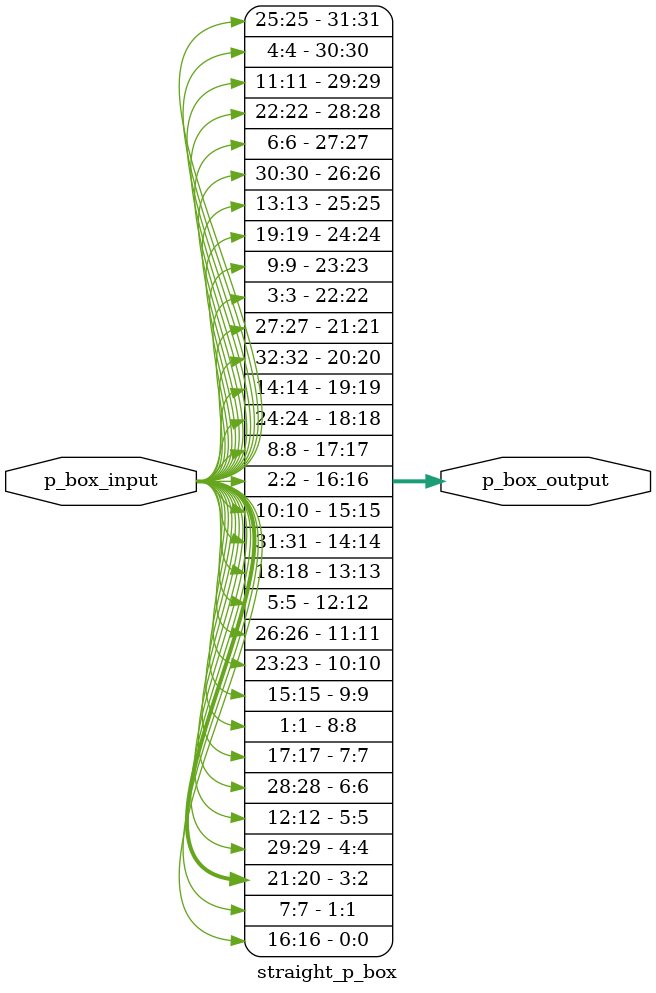
<source format=v>
module straight_p_box(p_box_output, p_box_input);

output wire [32:1] p_box_output;
input [32:1] p_box_input;

assign p_box_output[1]= p_box_input[16];
assign p_box_output[2]= p_box_input[7];
assign p_box_output[3]= p_box_input[20];
assign p_box_output[4]= p_box_input[21];
assign p_box_output[5]= p_box_input[29];
assign p_box_output[6]= p_box_input[12];
assign p_box_output[7]= p_box_input[28];
assign p_box_output[8]= p_box_input[17];
assign p_box_output[9]= p_box_input[1];
assign p_box_output[10]= p_box_input[15];
assign p_box_output[11]= p_box_input[23];
assign p_box_output[12]= p_box_input[26];
assign p_box_output[13]= p_box_input[5];
assign p_box_output[14]= p_box_input[18];
assign p_box_output[15]= p_box_input[31];
assign p_box_output[16]= p_box_input[10];
assign p_box_output[17]= p_box_input[2];
assign p_box_output[18]= p_box_input[8];
assign p_box_output[19]= p_box_input[24];
assign p_box_output[20]= p_box_input[14];
assign p_box_output[21]= p_box_input[32];
assign p_box_output[22]= p_box_input[27];
assign p_box_output[23]= p_box_input[3];
assign p_box_output[24]= p_box_input[9];
assign p_box_output[25]= p_box_input[19];
assign p_box_output[26]= p_box_input[13];
assign p_box_output[27]= p_box_input[30];
assign p_box_output[28]= p_box_input[6];
assign p_box_output[29]= p_box_input[22];
assign p_box_output[30]= p_box_input[11]; 
assign p_box_output[31]= p_box_input[4];
assign p_box_output[32]= p_box_input[25];

endmodule
</source>
